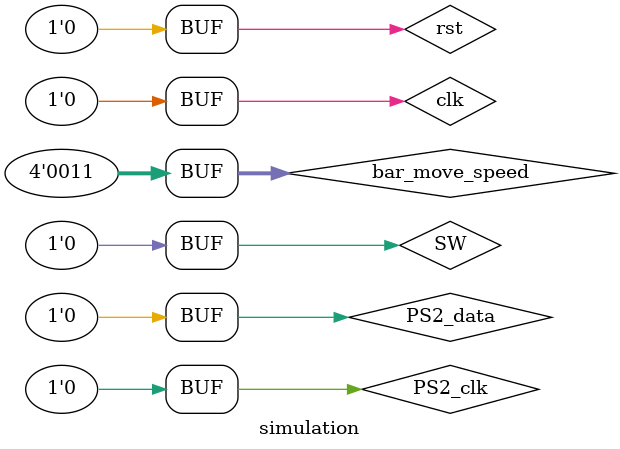
<source format=v>
`timescale 1ns / 1ps
module simulation;

	// Inputs
	reg clk;
	reg rst;
	reg PS2_data;
	reg PS2_clk;
	reg [3:0] bar_move_speed;
	reg SW;

	// Outputs
	wire HSync;
	wire VSync;
	wire [3:0] OutBlue;
	wire [3:0] OutGreen;
	wire [3:0] OutRed;
	wire [3:0] AN;
	wire [7:0] Segment;
	wire SEG_EN;
	wire SEG_CLR;
	wire SEG_CLK;
	wire SEG_DT;

	// Instantiate the Unit Under Test (UUT)
	Top uut (
		.clk(clk), 
		.rst(rst), 
		.PS2_data(PS2_data), 
		.PS2_clk(PS2_clk), 
		.bar_move_speed(bar_move_speed), 
		.HSync(HSync), 
		.VSync(VSync), 
		.OutBlue(OutBlue), 
		.OutGreen(OutGreen), 
		.OutRed(OutRed), 
		.AN(AN), 
		.Segment(Segment), 
		.SW(SW), 
		.SEG_EN(SEG_EN), 
		.SEG_CLR(SEG_CLR), 
		.SEG_CLK(SEG_CLK), 
		.SEG_DT(SEG_DT)
	);

	initial begin
		clk = 0;
		rst = 0;
		PS2_data = 0;
		PS2_clk = 0;
		bar_move_speed = 0;
		SW = 0;

		#100;
		
		bar_move_speed = 3;
		PS2_data = 1;#20;
		PS2_data = 0;#20;
		
    
	end
		always begin
			clk = 1; #10;
			clk = 0; #10;
		end
		always begin
			PS2_clk = 1; #10;
			PS2_clk = 0; #10;
		end

      
endmodule


</source>
